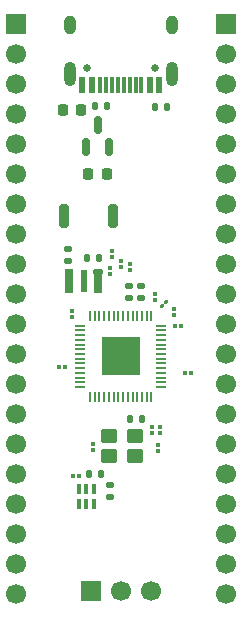
<source format=gbr>
%TF.GenerationSoftware,KiCad,Pcbnew,9.0.3*%
%TF.CreationDate,2025-12-07T00:49:17-08:00*%
%TF.ProjectId,pcb,7063622e-6b69-4636-9164-5f7063625858,rev?*%
%TF.SameCoordinates,Original*%
%TF.FileFunction,Soldermask,Top*%
%TF.FilePolarity,Negative*%
%FSLAX46Y46*%
G04 Gerber Fmt 4.6, Leading zero omitted, Abs format (unit mm)*
G04 Created by KiCad (PCBNEW 9.0.3) date 2025-12-07 00:49:17*
%MOMM*%
%LPD*%
G01*
G04 APERTURE LIST*
G04 Aperture macros list*
%AMRoundRect*
0 Rectangle with rounded corners*
0 $1 Rounding radius*
0 $2 $3 $4 $5 $6 $7 $8 $9 X,Y pos of 4 corners*
0 Add a 4 corners polygon primitive as box body*
4,1,4,$2,$3,$4,$5,$6,$7,$8,$9,$2,$3,0*
0 Add four circle primitives for the rounded corners*
1,1,$1+$1,$2,$3*
1,1,$1+$1,$4,$5*
1,1,$1+$1,$6,$7*
1,1,$1+$1,$8,$9*
0 Add four rect primitives between the rounded corners*
20,1,$1+$1,$2,$3,$4,$5,0*
20,1,$1+$1,$4,$5,$6,$7,0*
20,1,$1+$1,$6,$7,$8,$9,0*
20,1,$1+$1,$8,$9,$2,$3,0*%
G04 Aperture macros list end*
%ADD10RoundRect,0.075000X-0.075000X0.125000X-0.075000X-0.125000X0.075000X-0.125000X0.075000X0.125000X0*%
%ADD11RoundRect,0.075000X-0.125000X-0.075000X0.125000X-0.075000X0.125000X0.075000X-0.125000X0.075000X0*%
%ADD12RoundRect,0.075000X0.075000X-0.125000X0.075000X0.125000X-0.075000X0.125000X-0.075000X-0.125000X0*%
%ADD13RoundRect,0.075000X-0.035355X-0.141421X0.141421X0.035355X0.035355X0.141421X-0.141421X-0.035355X0*%
%ADD14RoundRect,0.075000X0.125000X0.075000X-0.125000X0.075000X-0.125000X-0.075000X0.125000X-0.075000X0*%
%ADD15C,0.650000*%
%ADD16R,0.600000X1.450000*%
%ADD17R,0.300000X1.450000*%
%ADD18O,1.000000X2.100000*%
%ADD19O,1.000000X1.600000*%
%ADD20RoundRect,0.135000X0.135000X0.185000X-0.135000X0.185000X-0.135000X-0.185000X0.135000X-0.185000X0*%
%ADD21RoundRect,0.135000X0.185000X-0.135000X0.185000X0.135000X-0.185000X0.135000X-0.185000X-0.135000X0*%
%ADD22RoundRect,0.050000X-0.387500X-0.050000X0.387500X-0.050000X0.387500X0.050000X-0.387500X0.050000X0*%
%ADD23RoundRect,0.050000X-0.050000X-0.387500X0.050000X-0.387500X0.050000X0.387500X-0.050000X0.387500X0*%
%ADD24R,3.200000X3.200000*%
%ADD25RoundRect,0.075000X-0.300000X-0.150000X0.300000X-0.150000X0.300000X0.150000X-0.300000X0.150000X0*%
%ADD26RoundRect,0.102000X-0.300000X-0.150000X0.300000X-0.150000X0.300000X0.150000X-0.300000X0.150000X0*%
%ADD27RoundRect,0.102000X-0.150000X-0.850000X0.150000X-0.850000X0.150000X0.850000X-0.150000X0.850000X0*%
%ADD28RoundRect,0.100000X0.100000X-0.337500X0.100000X0.337500X-0.100000X0.337500X-0.100000X-0.337500X0*%
%ADD29C,1.700000*%
%ADD30R,1.700000X1.700000*%
%ADD31RoundRect,0.225000X0.225000X0.250000X-0.225000X0.250000X-0.225000X-0.250000X0.225000X-0.250000X0*%
%ADD32RoundRect,0.135000X-0.185000X0.135000X-0.185000X-0.135000X0.185000X-0.135000X0.185000X0.135000X0*%
%ADD33RoundRect,0.200000X-0.200000X-0.800000X0.200000X-0.800000X0.200000X0.800000X-0.200000X0.800000X0*%
%ADD34RoundRect,0.135000X-0.135000X-0.185000X0.135000X-0.185000X0.135000X0.185000X-0.135000X0.185000X0*%
%ADD35RoundRect,0.150000X0.150000X-0.587500X0.150000X0.587500X-0.150000X0.587500X-0.150000X-0.587500X0*%
%ADD36RoundRect,0.250000X0.450000X0.350000X-0.450000X0.350000X-0.450000X-0.350000X0.450000X-0.350000X0*%
G04 APERTURE END LIST*
D10*
%TO.C,C1*%
X205780000Y-94770000D03*
X205780000Y-95270000D03*
%TD*%
D11*
%TO.C,C2*%
X209060000Y-90150000D03*
X208560000Y-90150000D03*
%TD*%
D12*
%TO.C,C3*%
X203900000Y-80950000D03*
X203900000Y-81450000D03*
%TD*%
%TO.C,C4*%
X203200000Y-81190000D03*
X203200000Y-80690000D03*
%TD*%
D13*
%TO.C,C5*%
X206995528Y-84165994D03*
X206641974Y-84519548D03*
%TD*%
D11*
%TO.C,C6*%
X208250000Y-86190000D03*
X207750000Y-86190000D03*
%TD*%
D14*
%TO.C,C7*%
X197950000Y-89680000D03*
X198450000Y-89680000D03*
%TD*%
D12*
%TO.C,C8*%
X207630000Y-85244999D03*
X207630000Y-84744999D03*
%TD*%
%TO.C,C9*%
X199010000Y-84920000D03*
X199010000Y-85420000D03*
%TD*%
D10*
%TO.C,C10*%
X206450000Y-94770000D03*
X206450000Y-95270000D03*
%TD*%
D12*
%TO.C,C11*%
X202230000Y-81770000D03*
X202230000Y-81270000D03*
%TD*%
%TO.C,C12*%
X206020000Y-84000000D03*
X206020000Y-83500000D03*
%TD*%
D10*
%TO.C,C15*%
X200810000Y-96710000D03*
X200810000Y-96210000D03*
%TD*%
D12*
%TO.C,C16*%
X206260000Y-96330000D03*
X206260000Y-96830000D03*
%TD*%
%TO.C,C17*%
X202400000Y-80400000D03*
X202400000Y-79900000D03*
%TD*%
D11*
%TO.C,C18*%
X199630000Y-98940000D03*
X199130000Y-98940000D03*
%TD*%
D15*
%TO.C,J1*%
X206035000Y-64385000D03*
X200255000Y-64385000D03*
D16*
X206395000Y-65830000D03*
X205595001Y-65830000D03*
D17*
X204395000Y-65829999D03*
X203395000Y-65830000D03*
X202895000Y-65830000D03*
X201895000Y-65829999D03*
D16*
X200694999Y-65830000D03*
X199895000Y-65830000D03*
X199895000Y-65830000D03*
X200694999Y-65830000D03*
D17*
X201395000Y-65830000D03*
X202395000Y-65830000D03*
X203895000Y-65830000D03*
X204895000Y-65830000D03*
D16*
X205595001Y-65830000D03*
X206395000Y-65830000D03*
D18*
X207465000Y-64915000D03*
D19*
X207465000Y-60735000D03*
D18*
X198825000Y-64915000D03*
D19*
X198825000Y-60735000D03*
%TD*%
D20*
%TO.C,R8*%
X200470001Y-98770000D03*
X201489999Y-98770000D03*
%TD*%
D21*
%TO.C,R9*%
X202260000Y-99680001D03*
X202260000Y-100699999D03*
%TD*%
D22*
%TO.C,U1*%
X199707500Y-86185000D03*
X199707500Y-86585000D03*
X199707500Y-86985000D03*
X199707500Y-87385000D03*
X199707500Y-87785000D03*
X199707500Y-88185000D03*
X199707500Y-88585000D03*
X199707500Y-88985000D03*
X199707500Y-89385000D03*
X199707500Y-89785000D03*
X199707500Y-90185000D03*
X199707500Y-90585000D03*
X199707500Y-90985000D03*
X199707500Y-91385000D03*
D23*
X200545000Y-92222500D03*
X200945000Y-92222500D03*
X201345000Y-92222500D03*
X201745000Y-92222500D03*
X202145000Y-92222500D03*
X202545000Y-92222500D03*
X202945000Y-92222500D03*
X203345000Y-92222500D03*
X203745000Y-92222500D03*
X204145000Y-92222500D03*
X204545000Y-92222500D03*
X204945000Y-92222500D03*
X205345000Y-92222500D03*
X205745000Y-92222500D03*
D22*
X206582500Y-91385000D03*
X206582500Y-90985000D03*
X206582500Y-90585000D03*
X206582500Y-90185000D03*
X206582500Y-89785000D03*
X206582500Y-89385000D03*
X206582500Y-88985000D03*
X206582500Y-88585000D03*
X206582500Y-88185000D03*
X206582500Y-87785000D03*
X206582500Y-87385000D03*
X206582500Y-86985000D03*
X206582500Y-86585000D03*
X206582500Y-86185000D03*
D23*
X205745000Y-85347500D03*
X205345000Y-85347500D03*
X204945000Y-85347500D03*
X204545000Y-85347500D03*
X204145000Y-85347500D03*
X203745000Y-85347500D03*
X203345000Y-85347500D03*
X202945000Y-85347500D03*
X202545000Y-85347500D03*
X202145000Y-85347500D03*
X201745000Y-85347500D03*
X201345000Y-85347500D03*
X200945000Y-85347500D03*
X200545000Y-85347500D03*
D24*
X203145000Y-88785000D03*
%TD*%
D25*
%TO.C,U3*%
X198750000Y-83150000D03*
X198750000Y-82650000D03*
X198750000Y-82150000D03*
X198750000Y-81650000D03*
D26*
X201250000Y-81650000D03*
D25*
X201250000Y-82150000D03*
X201250000Y-82650000D03*
X201250000Y-83150000D03*
D27*
X200000000Y-82400000D03*
%TD*%
D28*
%TO.C,U4*%
X199582500Y-100012500D03*
X200232500Y-100012499D03*
X200882500Y-100012500D03*
X200882500Y-101287500D03*
X200232500Y-101287501D03*
X199582500Y-101287500D03*
%TD*%
D29*
%TO.C,J2*%
X194260000Y-108920000D03*
X194260000Y-106380000D03*
X194260000Y-103840000D03*
X194260000Y-101300000D03*
X194260000Y-98760000D03*
X194260000Y-96220000D03*
X194260000Y-93680000D03*
X194260000Y-91140000D03*
X194260000Y-88600000D03*
X194260000Y-86060000D03*
X194260000Y-83520000D03*
X194260000Y-80980000D03*
X194260000Y-78440000D03*
X194260000Y-75900000D03*
X194260000Y-73360000D03*
X194260000Y-70820000D03*
X194260000Y-68280000D03*
X194260000Y-65740000D03*
X194260000Y-63200000D03*
D30*
X194260000Y-60660000D03*
%TD*%
D29*
%TO.C,J3*%
X212035000Y-108915000D03*
X212035000Y-106375000D03*
X212035000Y-103835000D03*
X212035000Y-101295000D03*
X212035000Y-98755000D03*
X212035000Y-96215000D03*
X212035000Y-93675000D03*
X212035000Y-91135000D03*
X212035000Y-88595000D03*
X212035000Y-86055000D03*
X212035000Y-83515000D03*
X212035000Y-80975000D03*
X212035000Y-78435000D03*
X212035000Y-75895000D03*
X212035000Y-73355000D03*
X212035000Y-70815000D03*
X212035000Y-68275000D03*
X212035000Y-65735000D03*
X212035000Y-63195000D03*
D30*
X212035000Y-60655000D03*
%TD*%
D29*
%TO.C,J4*%
X205684999Y-108675000D03*
X203145000Y-108675000D03*
D30*
X200605000Y-108675000D03*
%TD*%
D21*
%TO.C,R7*%
X198660000Y-79660001D03*
X198660000Y-80679999D03*
%TD*%
D31*
%TO.C,C13*%
X200395000Y-73360000D03*
X201945000Y-73360000D03*
%TD*%
%TO.C,C14*%
X198235000Y-67930000D03*
X199785000Y-67930000D03*
%TD*%
D32*
%TO.C,R3*%
X203845000Y-82837501D03*
X203845000Y-83857499D03*
%TD*%
D20*
%TO.C,R5*%
X204979999Y-94080000D03*
X203960001Y-94080000D03*
%TD*%
%TO.C,R2*%
X201000001Y-67620000D03*
X202019999Y-67620000D03*
%TD*%
D33*
%TO.C,SW1*%
X202520000Y-76900000D03*
X198320000Y-76900000D03*
%TD*%
D34*
%TO.C,R1*%
X207040000Y-67660000D03*
X206020000Y-67660000D03*
%TD*%
D20*
%TO.C,R6*%
X201269999Y-80440000D03*
X200250001Y-80440000D03*
%TD*%
D35*
%TO.C,U2*%
X201190000Y-69162499D03*
X202140000Y-71037500D03*
X200240000Y-71037500D03*
%TD*%
D32*
%TO.C,R4*%
X204845000Y-83857499D03*
X204845000Y-82837501D03*
%TD*%
D36*
%TO.C,Y1*%
X204390000Y-95530000D03*
X202190000Y-95530000D03*
X202190000Y-97230000D03*
X204390000Y-97230000D03*
%TD*%
M02*

</source>
